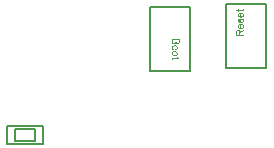
<source format=gbr>
%TF.GenerationSoftware,Altium Limited,Altium Designer,19.1.9 (167)*%
G04 Layer_Color=16711935*
%FSLAX26Y26*%
%MOIN*%
%TF.FileFunction,Other,Top_Courtyard*%
%TF.Part,Single*%
G01*
G75*
%TA.AperFunction,NonConductor*%
%ADD75C,0.007874*%
%ADD95C,0.006000*%
G36*
X745025Y1821100D02*
X744988Y1820845D01*
Y1820554D01*
X744915Y1819899D01*
X744843Y1819170D01*
X744697Y1818406D01*
X744515Y1817642D01*
X744260Y1816950D01*
Y1816914D01*
X744224Y1816877D01*
X744115Y1816659D01*
X743933Y1816331D01*
X743678Y1815967D01*
X743350Y1815531D01*
X742950Y1815057D01*
X742440Y1814620D01*
X741894Y1814220D01*
X741822Y1814184D01*
X741603Y1814074D01*
X741312Y1813892D01*
X740875Y1813710D01*
X740365Y1813528D01*
X739819Y1813347D01*
X739201Y1813237D01*
X738582Y1813201D01*
X738509D01*
X738327D01*
X738000Y1813237D01*
X737599Y1813310D01*
X737126Y1813419D01*
X736616Y1813601D01*
X736107Y1813820D01*
X735561Y1814111D01*
X735488Y1814147D01*
X735342Y1814256D01*
X735051Y1814475D01*
X734760Y1814766D01*
X734396Y1815130D01*
X733995Y1815567D01*
X733631Y1816113D01*
X733268Y1816732D01*
Y1816695D01*
X733231Y1816622D01*
X733195Y1816513D01*
X733122Y1816368D01*
X732976Y1815931D01*
X732721Y1815421D01*
X732394Y1814875D01*
X731994Y1814256D01*
X731520Y1813710D01*
X730938Y1813201D01*
X730865Y1813165D01*
X730647Y1813019D01*
X730319Y1812801D01*
X729882Y1812582D01*
X729300Y1812364D01*
X728681Y1812145D01*
X727953Y1812000D01*
X727152Y1811963D01*
X727116D01*
X727080D01*
X726861D01*
X726497Y1812000D01*
X726060Y1812072D01*
X725551Y1812145D01*
X725005Y1812291D01*
X724422Y1812473D01*
X723840Y1812728D01*
X723767Y1812764D01*
X723585Y1812873D01*
X723330Y1813019D01*
X722966Y1813237D01*
X722602Y1813528D01*
X722202Y1813820D01*
X721802Y1814184D01*
X721474Y1814584D01*
X721438Y1814620D01*
X721328Y1814766D01*
X721183Y1815021D01*
X721037Y1815349D01*
X720819Y1815749D01*
X720600Y1816222D01*
X720418Y1816732D01*
X720236Y1817351D01*
Y1817423D01*
X720163Y1817642D01*
X720127Y1818006D01*
X720054Y1818479D01*
X719981Y1819061D01*
X719909Y1819753D01*
X719872Y1820517D01*
X719836Y1821391D01*
Y1831001D01*
X745025D01*
Y1821100D01*
D02*
G37*
G36*
X729446Y1808906D02*
X729809D01*
X730210Y1808869D01*
X730720Y1808796D01*
X731229Y1808724D01*
X731812Y1808578D01*
X732394Y1808432D01*
X733013Y1808251D01*
X733668Y1808032D01*
X734287Y1807741D01*
X734869Y1807450D01*
X735452Y1807049D01*
X735997Y1806649D01*
X736471Y1806139D01*
X736507Y1806103D01*
X736543Y1806030D01*
X736653Y1805884D01*
X736798Y1805703D01*
X736944Y1805484D01*
X737126Y1805193D01*
X737308Y1804902D01*
X737490Y1804538D01*
X737672Y1804137D01*
X737854Y1803700D01*
X738182Y1802718D01*
X738436Y1801589D01*
X738473Y1801007D01*
X738509Y1800388D01*
Y1800024D01*
X738473Y1799769D01*
X738436Y1799442D01*
X738364Y1799078D01*
X738291Y1798677D01*
X738218Y1798204D01*
X737890Y1797221D01*
X737708Y1796712D01*
X737453Y1796202D01*
X737199Y1795693D01*
X736835Y1795183D01*
X736471Y1794710D01*
X736034Y1794236D01*
X735997Y1794200D01*
X735925Y1794127D01*
X735779Y1794018D01*
X735597Y1793872D01*
X735342Y1793690D01*
X735015Y1793472D01*
X734651Y1793254D01*
X734250Y1793035D01*
X733813Y1792817D01*
X733268Y1792599D01*
X732721Y1792380D01*
X732103Y1792198D01*
X731447Y1792053D01*
X730756Y1791943D01*
X730028Y1791870D01*
X729227Y1791834D01*
X729191D01*
X729082D01*
X728899D01*
X728645D01*
X728354Y1791870D01*
X727990Y1791907D01*
X727625D01*
X727225Y1791980D01*
X726315Y1792089D01*
X725405Y1792307D01*
X724495Y1792562D01*
X723658Y1792926D01*
X723621D01*
X723585Y1792963D01*
X723476Y1793035D01*
X723330Y1793108D01*
X722966Y1793363D01*
X722529Y1793690D01*
X722020Y1794127D01*
X721510Y1794673D01*
X721001Y1795292D01*
X720528Y1796020D01*
Y1796056D01*
X720491Y1796093D01*
X720418Y1796202D01*
X720346Y1796384D01*
X720273Y1796566D01*
X720200Y1796784D01*
X719981Y1797331D01*
X719799Y1797949D01*
X719617Y1798714D01*
X719472Y1799514D01*
X719436Y1800388D01*
Y1800752D01*
X719472Y1801043D01*
X719508Y1801371D01*
X719581Y1801735D01*
X719654Y1802172D01*
X719727Y1802609D01*
X720018Y1803591D01*
X720236Y1804137D01*
X720455Y1804647D01*
X720746Y1805157D01*
X721073Y1805666D01*
X721438Y1806139D01*
X721874Y1806612D01*
X721911Y1806649D01*
X721984Y1806722D01*
X722129Y1806831D01*
X722347Y1806976D01*
X722602Y1807159D01*
X722894Y1807341D01*
X723258Y1807559D01*
X723694Y1807777D01*
X724168Y1807996D01*
X724713Y1808214D01*
X725296Y1808396D01*
X725915Y1808578D01*
X726606Y1808724D01*
X727334Y1808833D01*
X728135Y1808906D01*
X728972Y1808942D01*
X729045D01*
X729191D01*
X729446Y1808906D01*
D02*
G37*
G36*
Y1789322D02*
X729809D01*
X730210Y1789286D01*
X730720Y1789213D01*
X731229Y1789140D01*
X731812Y1788995D01*
X732394Y1788849D01*
X733013Y1788667D01*
X733668Y1788449D01*
X734287Y1788158D01*
X734869Y1787867D01*
X735452Y1787466D01*
X735997Y1787066D01*
X736471Y1786556D01*
X736507Y1786520D01*
X736543Y1786447D01*
X736653Y1786301D01*
X736798Y1786119D01*
X736944Y1785901D01*
X737126Y1785610D01*
X737308Y1785319D01*
X737490Y1784955D01*
X737672Y1784554D01*
X737854Y1784117D01*
X738182Y1783134D01*
X738436Y1782006D01*
X738473Y1781424D01*
X738509Y1780805D01*
Y1780441D01*
X738473Y1780186D01*
X738436Y1779859D01*
X738364Y1779495D01*
X738291Y1779094D01*
X738218Y1778621D01*
X737890Y1777638D01*
X737708Y1777129D01*
X737453Y1776619D01*
X737199Y1776109D01*
X736835Y1775600D01*
X736471Y1775127D01*
X736034Y1774653D01*
X735997Y1774617D01*
X735925Y1774544D01*
X735779Y1774435D01*
X735597Y1774289D01*
X735342Y1774107D01*
X735015Y1773889D01*
X734651Y1773670D01*
X734250Y1773452D01*
X733813Y1773234D01*
X733268Y1773015D01*
X732721Y1772797D01*
X732103Y1772615D01*
X731447Y1772469D01*
X730756Y1772360D01*
X730028Y1772287D01*
X729227Y1772251D01*
X729191D01*
X729082D01*
X728899D01*
X728645D01*
X728354Y1772287D01*
X727990Y1772324D01*
X727625D01*
X727225Y1772397D01*
X726315Y1772506D01*
X725405Y1772724D01*
X724495Y1772979D01*
X723658Y1773343D01*
X723621D01*
X723585Y1773379D01*
X723476Y1773452D01*
X723330Y1773525D01*
X722966Y1773780D01*
X722529Y1774107D01*
X722020Y1774544D01*
X721510Y1775090D01*
X721001Y1775709D01*
X720528Y1776437D01*
Y1776473D01*
X720491Y1776510D01*
X720418Y1776619D01*
X720346Y1776801D01*
X720273Y1776983D01*
X720200Y1777201D01*
X719981Y1777747D01*
X719799Y1778366D01*
X719617Y1779130D01*
X719472Y1779931D01*
X719436Y1780805D01*
Y1781169D01*
X719472Y1781460D01*
X719508Y1781788D01*
X719581Y1782152D01*
X719654Y1782589D01*
X719727Y1783025D01*
X720018Y1784008D01*
X720236Y1784554D01*
X720455Y1785064D01*
X720746Y1785573D01*
X721073Y1786083D01*
X721438Y1786556D01*
X721874Y1787029D01*
X721911Y1787066D01*
X721984Y1787139D01*
X722129Y1787248D01*
X722347Y1787393D01*
X722602Y1787575D01*
X722894Y1787757D01*
X723258Y1787976D01*
X723694Y1788194D01*
X724168Y1788412D01*
X724713Y1788631D01*
X725296Y1788813D01*
X725915Y1788995D01*
X726606Y1789140D01*
X727334Y1789250D01*
X728135Y1789322D01*
X728972Y1789359D01*
X729045D01*
X729191D01*
X729446Y1789322D01*
D02*
G37*
G36*
X738109Y1768101D02*
X742622D01*
X744479Y1765007D01*
X738109D01*
Y1761877D01*
X735706D01*
Y1765007D01*
X724968D01*
X724895D01*
X724750D01*
X724532D01*
X724277Y1764971D01*
X723694Y1764935D01*
X723439Y1764898D01*
X723258Y1764862D01*
X723185Y1764825D01*
X723039Y1764716D01*
X722857Y1764571D01*
X722675Y1764316D01*
X722639Y1764243D01*
X722566Y1764061D01*
X722493Y1763733D01*
X722457Y1763260D01*
Y1762896D01*
X722493Y1762714D01*
Y1762459D01*
X722529Y1762168D01*
X722566Y1761877D01*
X719836Y1761476D01*
Y1761549D01*
X719799Y1761695D01*
X719763Y1761950D01*
X719727Y1762277D01*
X719654Y1762641D01*
X719617Y1763042D01*
X719581Y1763842D01*
Y1764134D01*
X719617Y1764425D01*
X719654Y1764789D01*
X719690Y1765226D01*
X719799Y1765662D01*
X719909Y1766063D01*
X720091Y1766463D01*
X720127Y1766500D01*
X720200Y1766609D01*
X720309Y1766755D01*
X720491Y1766973D01*
X720673Y1767155D01*
X720928Y1767373D01*
X721183Y1767592D01*
X721510Y1767737D01*
X721547D01*
X721692Y1767810D01*
X721947Y1767847D01*
X722311Y1767919D01*
X722784Y1767992D01*
X723076Y1768028D01*
X723403D01*
X723803Y1768065D01*
X724204Y1768101D01*
X724641D01*
X725150D01*
X735706D01*
Y1770395D01*
X738109D01*
Y1768101D01*
D02*
G37*
G36*
X958589Y1928815D02*
X958626Y1928670D01*
X958662Y1928415D01*
X958698Y1928088D01*
X958771Y1927724D01*
X958808Y1927323D01*
X958844Y1926522D01*
Y1926231D01*
X958808Y1925940D01*
X958771Y1925576D01*
X958735Y1925139D01*
X958626Y1924702D01*
X958516Y1924302D01*
X958335Y1923901D01*
X958298Y1923865D01*
X958225Y1923756D01*
X958116Y1923610D01*
X957934Y1923392D01*
X957752Y1923210D01*
X957497Y1922992D01*
X957242Y1922773D01*
X956915Y1922628D01*
X956879D01*
X956733Y1922555D01*
X956478Y1922518D01*
X956114Y1922446D01*
X955641Y1922373D01*
X955350Y1922336D01*
X955022D01*
X954622Y1922300D01*
X954221Y1922264D01*
X953784D01*
X953275D01*
X942719D01*
Y1919970D01*
X940317D01*
Y1922264D01*
X935803D01*
X933947Y1925358D01*
X940317D01*
Y1928488D01*
X942719D01*
Y1925358D01*
X953457D01*
X953530D01*
X953675D01*
X953894D01*
X954149Y1925394D01*
X954731Y1925430D01*
X954986Y1925467D01*
X955168Y1925503D01*
X955240Y1925540D01*
X955386Y1925649D01*
X955568Y1925794D01*
X955750Y1926049D01*
X955787Y1926122D01*
X955859Y1926304D01*
X955932Y1926631D01*
X955968Y1927105D01*
Y1927469D01*
X955932Y1927651D01*
Y1927906D01*
X955896Y1928197D01*
X955859Y1928488D01*
X958589Y1928888D01*
Y1928815D01*
D02*
G37*
G36*
X950254Y1917932D02*
Y1904282D01*
X950290D01*
X950399D01*
X950545Y1904318D01*
X950763D01*
X951018Y1904355D01*
X951309Y1904428D01*
X951965Y1904537D01*
X952692Y1904755D01*
X953493Y1905046D01*
X954221Y1905447D01*
X954876Y1905956D01*
Y1905993D01*
X954949Y1906029D01*
X955131Y1906247D01*
X955386Y1906575D01*
X955641Y1907012D01*
X955932Y1907594D01*
X956187Y1908249D01*
X956369Y1908977D01*
X956405Y1909378D01*
X956442Y1909815D01*
Y1910106D01*
X956405Y1910434D01*
X956332Y1910834D01*
X956223Y1911271D01*
X956078Y1911780D01*
X955859Y1912254D01*
X955568Y1912727D01*
X955532Y1912763D01*
X955386Y1912945D01*
X955168Y1913164D01*
X954876Y1913418D01*
X954476Y1913709D01*
X953966Y1914037D01*
X953384Y1914365D01*
X952692Y1914656D01*
X953093Y1917859D01*
X953129D01*
X953202Y1917823D01*
X953348Y1917786D01*
X953566Y1917714D01*
X953784Y1917604D01*
X954076Y1917495D01*
X954694Y1917204D01*
X955386Y1916840D01*
X956114Y1916330D01*
X956806Y1915748D01*
X957461Y1915020D01*
Y1914984D01*
X957534Y1914911D01*
X957606Y1914802D01*
X957716Y1914656D01*
X957825Y1914438D01*
X957934Y1914219D01*
X958080Y1913928D01*
X958225Y1913600D01*
X958371Y1913236D01*
X958516Y1912872D01*
X958735Y1911962D01*
X958917Y1910943D01*
X958990Y1909815D01*
Y1909414D01*
X958953Y1909159D01*
X958917Y1908832D01*
X958844Y1908431D01*
X958771Y1907995D01*
X958698Y1907522D01*
X958407Y1906502D01*
X958189Y1905956D01*
X957971Y1905447D01*
X957679Y1904901D01*
X957352Y1904391D01*
X956988Y1903918D01*
X956551Y1903445D01*
X956514Y1903408D01*
X956442Y1903335D01*
X956296Y1903226D01*
X956078Y1903081D01*
X955823Y1902899D01*
X955532Y1902717D01*
X955168Y1902498D01*
X954767Y1902280D01*
X954294Y1902062D01*
X953784Y1901843D01*
X953202Y1901661D01*
X952583Y1901479D01*
X951928Y1901333D01*
X951200Y1901224D01*
X950436Y1901151D01*
X949635Y1901115D01*
X949598D01*
X949417D01*
X949198D01*
X948870Y1901151D01*
X948470Y1901188D01*
X948033Y1901224D01*
X947524Y1901297D01*
X947014Y1901406D01*
X945849Y1901697D01*
X945267Y1901880D01*
X944648Y1902098D01*
X944066Y1902389D01*
X943520Y1902717D01*
X942974Y1903081D01*
X942464Y1903481D01*
X942428Y1903517D01*
X942355Y1903590D01*
X942246Y1903736D01*
X942064Y1903918D01*
X941882Y1904136D01*
X941663Y1904428D01*
X941409Y1904755D01*
X941190Y1905156D01*
X940935Y1905556D01*
X940717Y1906029D01*
X940499Y1906539D01*
X940317Y1907085D01*
X940135Y1907667D01*
X940025Y1908286D01*
X939952Y1908941D01*
X939916Y1909633D01*
Y1909997D01*
X939952Y1910252D01*
X939989Y1910543D01*
X940062Y1910907D01*
X940135Y1911307D01*
X940244Y1911780D01*
X940353Y1912217D01*
X940535Y1912727D01*
X940717Y1913200D01*
X940972Y1913709D01*
X941263Y1914219D01*
X941591Y1914729D01*
X941991Y1915202D01*
X942428Y1915639D01*
X942464Y1915675D01*
X942537Y1915748D01*
X942683Y1915857D01*
X942901Y1916003D01*
X943156Y1916185D01*
X943447Y1916367D01*
X943811Y1916585D01*
X944248Y1916803D01*
X944721Y1917022D01*
X945231Y1917240D01*
X945813Y1917422D01*
X946432Y1917604D01*
X947123Y1917750D01*
X947851Y1917859D01*
X948616Y1917932D01*
X949453Y1917968D01*
X949489D01*
X949635D01*
X949890D01*
X950254Y1917932D01*
D02*
G37*
G36*
X953784Y1898458D02*
X954185Y1898385D01*
X954622Y1898276D01*
X955095Y1898094D01*
X955641Y1897876D01*
X956150Y1897584D01*
X956223Y1897548D01*
X956369Y1897402D01*
X956624Y1897220D01*
X956915Y1896929D01*
X957242Y1896529D01*
X957606Y1896092D01*
X957934Y1895582D01*
X958262Y1894964D01*
Y1894927D01*
X958298Y1894891D01*
X958371Y1894672D01*
X958480Y1894308D01*
X958626Y1893835D01*
X958771Y1893253D01*
X958880Y1892598D01*
X958953Y1891906D01*
X958990Y1891105D01*
Y1890777D01*
X958953Y1890523D01*
Y1890232D01*
X958917Y1889868D01*
X958880Y1889504D01*
X958808Y1889103D01*
X958626Y1888229D01*
X958371Y1887320D01*
X958007Y1886446D01*
X957788Y1886045D01*
X957534Y1885681D01*
X957497Y1885645D01*
X957461Y1885609D01*
X957242Y1885390D01*
X956915Y1885063D01*
X956405Y1884699D01*
X955787Y1884298D01*
X955058Y1883898D01*
X954149Y1883570D01*
X953129Y1883315D01*
X952656Y1886373D01*
X952692D01*
X952729D01*
X952947Y1886446D01*
X953311Y1886519D01*
X953712Y1886664D01*
X954149Y1886846D01*
X954622Y1887065D01*
X955095Y1887392D01*
X955495Y1887793D01*
X955532Y1887866D01*
X955641Y1888011D01*
X955787Y1888302D01*
X955968Y1888666D01*
X956150Y1889139D01*
X956296Y1889686D01*
X956405Y1890341D01*
X956442Y1891105D01*
Y1891469D01*
X956405Y1891833D01*
X956332Y1892306D01*
X956223Y1892816D01*
X956078Y1893362D01*
X955896Y1893835D01*
X955605Y1894272D01*
X955568Y1894308D01*
X955459Y1894454D01*
X955277Y1894600D01*
X955022Y1894818D01*
X954731Y1895000D01*
X954367Y1895182D01*
X954003Y1895291D01*
X953566Y1895328D01*
X953530D01*
X953384D01*
X953202Y1895291D01*
X952947Y1895218D01*
X952692Y1895109D01*
X952438Y1894927D01*
X952146Y1894709D01*
X951928Y1894381D01*
X951892Y1894345D01*
X951855Y1894236D01*
X951746Y1894053D01*
X951637Y1893762D01*
X951491Y1893325D01*
X951382Y1893071D01*
X951309Y1892780D01*
X951200Y1892452D01*
X951091Y1892088D01*
X950982Y1891688D01*
X950872Y1891214D01*
Y1891178D01*
X950836Y1891069D01*
X950800Y1890887D01*
X950727Y1890668D01*
X950654Y1890377D01*
X950545Y1890050D01*
X950363Y1889358D01*
X950108Y1888557D01*
X949890Y1887793D01*
X949635Y1887065D01*
X949489Y1886737D01*
X949380Y1886482D01*
X949344Y1886409D01*
X949271Y1886264D01*
X949125Y1886045D01*
X948943Y1885754D01*
X948688Y1885427D01*
X948397Y1885099D01*
X948070Y1884772D01*
X947669Y1884480D01*
X947633Y1884444D01*
X947487Y1884371D01*
X947232Y1884262D01*
X946941Y1884153D01*
X946577Y1884043D01*
X946140Y1883934D01*
X945704Y1883861D01*
X945194Y1883825D01*
X945121D01*
X944976D01*
X944757Y1883861D01*
X944430Y1883898D01*
X944102Y1883971D01*
X943702Y1884043D01*
X943338Y1884189D01*
X942937Y1884371D01*
X942901Y1884408D01*
X942755Y1884480D01*
X942573Y1884590D01*
X942318Y1884772D01*
X942064Y1884990D01*
X941736Y1885245D01*
X941445Y1885536D01*
X941190Y1885900D01*
X941154Y1885936D01*
X941117Y1886045D01*
X941008Y1886191D01*
X940899Y1886409D01*
X940753Y1886701D01*
X940608Y1887028D01*
X940462Y1887429D01*
X940317Y1887866D01*
X940280Y1887938D01*
X940244Y1888084D01*
X940171Y1888339D01*
X940098Y1888666D01*
X940025Y1889067D01*
X939989Y1889504D01*
X939916Y1890013D01*
Y1890887D01*
X939952Y1891287D01*
X939989Y1891833D01*
X940062Y1892416D01*
X940207Y1893034D01*
X940353Y1893689D01*
X940571Y1894308D01*
Y1894345D01*
X940608Y1894381D01*
X940681Y1894563D01*
X940826Y1894854D01*
X941008Y1895218D01*
X941263Y1895619D01*
X941554Y1896019D01*
X941882Y1896383D01*
X942246Y1896711D01*
X942282Y1896747D01*
X942428Y1896820D01*
X942683Y1896966D01*
X942974Y1897148D01*
X943410Y1897330D01*
X943884Y1897512D01*
X944430Y1897657D01*
X945048Y1897803D01*
X945449Y1894782D01*
X945376D01*
X945231Y1894745D01*
X944976Y1894672D01*
X944648Y1894563D01*
X944321Y1894381D01*
X943957Y1894163D01*
X943592Y1893908D01*
X943265Y1893544D01*
X943229Y1893507D01*
X943156Y1893362D01*
X943010Y1893143D01*
X942865Y1892816D01*
X942719Y1892452D01*
X942573Y1891979D01*
X942500Y1891396D01*
X942464Y1890777D01*
Y1890414D01*
X942500Y1890050D01*
X942537Y1889576D01*
X942646Y1889103D01*
X942755Y1888593D01*
X942937Y1888120D01*
X943192Y1887720D01*
X943229Y1887684D01*
X943301Y1887574D01*
X943447Y1887429D01*
X943665Y1887283D01*
X943884Y1887101D01*
X944175Y1886956D01*
X944503Y1886846D01*
X944830Y1886810D01*
X944866D01*
X944939D01*
X945048Y1886846D01*
X945194D01*
X945558Y1886956D01*
X945922Y1887174D01*
X945958Y1887210D01*
X945995Y1887247D01*
X946104Y1887320D01*
X946213Y1887465D01*
X946322Y1887611D01*
X946468Y1887829D01*
X946577Y1888084D01*
X946723Y1888375D01*
Y1888411D01*
X946759Y1888484D01*
X946796Y1888630D01*
X946905Y1888885D01*
X947014Y1889249D01*
X947123Y1889722D01*
X947232Y1890013D01*
X947305Y1890341D01*
X947414Y1890705D01*
X947524Y1891105D01*
Y1891141D01*
X947560Y1891251D01*
X947596Y1891433D01*
X947669Y1891651D01*
X947742Y1891906D01*
X947815Y1892234D01*
X948033Y1892925D01*
X948252Y1893689D01*
X948506Y1894454D01*
X948761Y1895146D01*
X948870Y1895437D01*
X948980Y1895691D01*
X949016Y1895764D01*
X949089Y1895910D01*
X949198Y1896128D01*
X949380Y1896456D01*
X949598Y1896784D01*
X949890Y1897111D01*
X950217Y1897439D01*
X950581Y1897730D01*
X950618Y1897766D01*
X950763Y1897839D01*
X950982Y1897985D01*
X951309Y1898130D01*
X951710Y1898239D01*
X952146Y1898385D01*
X952656Y1898458D01*
X953239Y1898494D01*
X953311D01*
X953493D01*
X953784Y1898458D01*
D02*
G37*
G36*
X950254Y1880731D02*
Y1867081D01*
X950290D01*
X950399D01*
X950545Y1867118D01*
X950763D01*
X951018Y1867154D01*
X951309Y1867227D01*
X951965Y1867336D01*
X952692Y1867554D01*
X953493Y1867845D01*
X954221Y1868246D01*
X954876Y1868755D01*
Y1868792D01*
X954949Y1868828D01*
X955131Y1869047D01*
X955386Y1869374D01*
X955641Y1869811D01*
X955932Y1870393D01*
X956187Y1871049D01*
X956369Y1871777D01*
X956405Y1872177D01*
X956442Y1872614D01*
Y1872905D01*
X956405Y1873233D01*
X956332Y1873633D01*
X956223Y1874070D01*
X956078Y1874580D01*
X955859Y1875053D01*
X955568Y1875526D01*
X955532Y1875562D01*
X955386Y1875744D01*
X955168Y1875963D01*
X954876Y1876217D01*
X954476Y1876509D01*
X953966Y1876836D01*
X953384Y1877164D01*
X952692Y1877455D01*
X953093Y1880658D01*
X953129D01*
X953202Y1880622D01*
X953348Y1880585D01*
X953566Y1880513D01*
X953784Y1880403D01*
X954076Y1880294D01*
X954694Y1880003D01*
X955386Y1879639D01*
X956114Y1879130D01*
X956806Y1878547D01*
X957461Y1877819D01*
Y1877783D01*
X957534Y1877710D01*
X957606Y1877601D01*
X957716Y1877455D01*
X957825Y1877237D01*
X957934Y1877018D01*
X958080Y1876727D01*
X958225Y1876399D01*
X958371Y1876035D01*
X958516Y1875671D01*
X958735Y1874762D01*
X958917Y1873742D01*
X958990Y1872614D01*
Y1872214D01*
X958953Y1871959D01*
X958917Y1871631D01*
X958844Y1871231D01*
X958771Y1870794D01*
X958698Y1870321D01*
X958407Y1869302D01*
X958189Y1868755D01*
X957971Y1868246D01*
X957679Y1867700D01*
X957352Y1867190D01*
X956988Y1866717D01*
X956551Y1866244D01*
X956514Y1866207D01*
X956442Y1866135D01*
X956296Y1866025D01*
X956078Y1865880D01*
X955823Y1865698D01*
X955532Y1865516D01*
X955168Y1865297D01*
X954767Y1865079D01*
X954294Y1864861D01*
X953784Y1864642D01*
X953202Y1864460D01*
X952583Y1864278D01*
X951928Y1864133D01*
X951200Y1864024D01*
X950436Y1863951D01*
X949635Y1863914D01*
X949598D01*
X949417D01*
X949198D01*
X948870Y1863951D01*
X948470Y1863987D01*
X948033Y1864024D01*
X947524Y1864096D01*
X947014Y1864206D01*
X945849Y1864497D01*
X945267Y1864679D01*
X944648Y1864897D01*
X944066Y1865188D01*
X943520Y1865516D01*
X942974Y1865880D01*
X942464Y1866280D01*
X942428Y1866317D01*
X942355Y1866389D01*
X942246Y1866535D01*
X942064Y1866717D01*
X941882Y1866936D01*
X941663Y1867227D01*
X941409Y1867554D01*
X941190Y1867955D01*
X940935Y1868355D01*
X940717Y1868828D01*
X940499Y1869338D01*
X940317Y1869884D01*
X940135Y1870466D01*
X940025Y1871085D01*
X939952Y1871740D01*
X939916Y1872432D01*
Y1872796D01*
X939952Y1873051D01*
X939989Y1873342D01*
X940062Y1873706D01*
X940135Y1874106D01*
X940244Y1874580D01*
X940353Y1875016D01*
X940535Y1875526D01*
X940717Y1875999D01*
X940972Y1876509D01*
X941263Y1877018D01*
X941591Y1877528D01*
X941991Y1878001D01*
X942428Y1878438D01*
X942464Y1878474D01*
X942537Y1878547D01*
X942683Y1878656D01*
X942901Y1878802D01*
X943156Y1878984D01*
X943447Y1879166D01*
X943811Y1879384D01*
X944248Y1879603D01*
X944721Y1879821D01*
X945231Y1880040D01*
X945813Y1880222D01*
X946432Y1880403D01*
X947123Y1880549D01*
X947851Y1880658D01*
X948616Y1880731D01*
X949453Y1880767D01*
X949489D01*
X949635D01*
X949890D01*
X950254Y1880731D01*
D02*
G37*
G36*
X958589Y1857981D02*
X953348Y1854669D01*
X953311D01*
X953239Y1854596D01*
X953129Y1854523D01*
X952984Y1854414D01*
X952583Y1854159D01*
X952074Y1853832D01*
X951528Y1853431D01*
X950945Y1853031D01*
X950399Y1852630D01*
X949890Y1852266D01*
X949853Y1852230D01*
X949708Y1852121D01*
X949489Y1851939D01*
X949235Y1851684D01*
X948688Y1851138D01*
X948434Y1850847D01*
X948215Y1850555D01*
X948179Y1850519D01*
X948143Y1850446D01*
X948070Y1850301D01*
X947961Y1850082D01*
X947851Y1849864D01*
X947742Y1849609D01*
X947560Y1849027D01*
Y1848990D01*
X947524Y1848918D01*
Y1848772D01*
X947487Y1848590D01*
X947451Y1848335D01*
Y1848044D01*
X947414Y1847643D01*
Y1843348D01*
X958589D01*
Y1839999D01*
X933400D01*
Y1851684D01*
X933437Y1851975D01*
Y1852303D01*
X933473Y1853067D01*
X933582Y1853868D01*
X933692Y1854742D01*
X933874Y1855542D01*
X933983Y1855943D01*
X934092Y1856270D01*
Y1856307D01*
X934129Y1856343D01*
X934238Y1856562D01*
X934383Y1856889D01*
X934638Y1857290D01*
X934966Y1857726D01*
X935403Y1858199D01*
X935912Y1858636D01*
X936495Y1859073D01*
X936531D01*
X936567Y1859110D01*
X936786Y1859255D01*
X937150Y1859401D01*
X937623Y1859619D01*
X938169Y1859801D01*
X938824Y1859983D01*
X939516Y1860092D01*
X940280Y1860129D01*
X940317D01*
X940389D01*
X940535D01*
X940717Y1860092D01*
X940972D01*
X941226Y1860056D01*
X941845Y1859910D01*
X942573Y1859692D01*
X943338Y1859401D01*
X944102Y1858964D01*
X944466Y1858673D01*
X944830Y1858381D01*
X944866Y1858345D01*
X944903Y1858309D01*
X945012Y1858199D01*
X945121Y1858054D01*
X945267Y1857872D01*
X945413Y1857653D01*
X945595Y1857362D01*
X945813Y1857071D01*
X945995Y1856707D01*
X946177Y1856307D01*
X946395Y1855870D01*
X946577Y1855397D01*
X946723Y1854851D01*
X946905Y1854305D01*
X947014Y1853686D01*
X947123Y1853031D01*
X947160Y1853103D01*
X947232Y1853249D01*
X947378Y1853467D01*
X947524Y1853759D01*
X947924Y1854414D01*
X948179Y1854742D01*
X948397Y1855033D01*
X948470Y1855105D01*
X948652Y1855287D01*
X948943Y1855579D01*
X949307Y1855943D01*
X949817Y1856343D01*
X950363Y1856816D01*
X951018Y1857290D01*
X951746Y1857799D01*
X958589Y1862131D01*
Y1857981D01*
D02*
G37*
%LPC*%
G36*
X742040Y1827652D02*
X734469D01*
Y1821464D01*
X734505Y1820991D01*
X734542Y1820481D01*
X734578Y1819971D01*
X734651Y1819462D01*
X734723Y1819061D01*
X734760Y1818988D01*
X734796Y1818843D01*
X734905Y1818624D01*
X735051Y1818333D01*
X735197Y1818042D01*
X735415Y1817715D01*
X735706Y1817387D01*
X735997Y1817132D01*
X736034Y1817096D01*
X736143Y1817023D01*
X736361Y1816914D01*
X736616Y1816804D01*
X736908Y1816695D01*
X737271Y1816586D01*
X737708Y1816513D01*
X738182Y1816477D01*
X738254D01*
X738400D01*
X738618Y1816513D01*
X738909Y1816550D01*
X739274Y1816622D01*
X739638Y1816732D01*
X740001Y1816877D01*
X740365Y1817096D01*
X740402Y1817132D01*
X740511Y1817205D01*
X740693Y1817351D01*
X740875Y1817533D01*
X741093Y1817787D01*
X741312Y1818079D01*
X741530Y1818443D01*
X741676Y1818843D01*
Y1818879D01*
X741749Y1819061D01*
X741785Y1819316D01*
X741858Y1819716D01*
X741931Y1820263D01*
X741967Y1820881D01*
X742040Y1821682D01*
Y1827652D01*
D02*
G37*
G36*
X731484D02*
X722821D01*
Y1820481D01*
X722857Y1819716D01*
X722894Y1819389D01*
X722930Y1819098D01*
Y1819061D01*
X722966Y1818916D01*
X723003Y1818697D01*
X723076Y1818443D01*
X723294Y1817824D01*
X723585Y1817205D01*
X723621Y1817168D01*
X723694Y1817059D01*
X723803Y1816914D01*
X723949Y1816732D01*
X724168Y1816550D01*
X724386Y1816295D01*
X724677Y1816113D01*
X725005Y1815895D01*
X725041Y1815858D01*
X725150Y1815822D01*
X725369Y1815749D01*
X725624Y1815640D01*
X725915Y1815531D01*
X726279Y1815458D01*
X726716Y1815421D01*
X727152Y1815385D01*
X727225D01*
X727371D01*
X727662Y1815421D01*
X727990Y1815494D01*
X728354Y1815567D01*
X728754Y1815713D01*
X729154Y1815895D01*
X729555Y1816149D01*
X729591Y1816186D01*
X729737Y1816295D01*
X729919Y1816440D01*
X730137Y1816659D01*
X730392Y1816950D01*
X730647Y1817314D01*
X730865Y1817715D01*
X731047Y1818188D01*
X731083Y1818261D01*
X731120Y1818406D01*
X731193Y1818734D01*
X731265Y1819134D01*
X731338Y1819644D01*
X731411Y1820263D01*
X731484Y1821027D01*
Y1827652D01*
D02*
G37*
G36*
X728972Y1805775D02*
X728936D01*
X728827D01*
X728645D01*
X728390Y1805739D01*
X728099D01*
X727771Y1805703D01*
X727007Y1805593D01*
X726133Y1805411D01*
X725260Y1805120D01*
X724422Y1804756D01*
X724058Y1804501D01*
X723694Y1804246D01*
Y1804210D01*
X723621Y1804174D01*
X723439Y1803955D01*
X723148Y1803628D01*
X722857Y1803191D01*
X722529Y1802645D01*
X722238Y1801990D01*
X722056Y1801225D01*
X722020Y1800825D01*
X721984Y1800388D01*
Y1800170D01*
X722020Y1799988D01*
X722093Y1799587D01*
X722202Y1799041D01*
X722420Y1798459D01*
X722712Y1797804D01*
X723148Y1797185D01*
X723439Y1796857D01*
X723731Y1796566D01*
X723767Y1796530D01*
X723803Y1796493D01*
X723913Y1796420D01*
X724058Y1796311D01*
X724240Y1796202D01*
X724459Y1796056D01*
X724750Y1795911D01*
X725041Y1795765D01*
X725405Y1795620D01*
X725806Y1795511D01*
X726242Y1795365D01*
X726716Y1795256D01*
X727261Y1795147D01*
X727808Y1795074D01*
X728426Y1795001D01*
X729082D01*
X729118D01*
X729227D01*
X729409D01*
X729628Y1795037D01*
X729919D01*
X730246Y1795074D01*
X731011Y1795183D01*
X731812Y1795365D01*
X732685Y1795656D01*
X733486Y1796056D01*
X733886Y1796275D01*
X734214Y1796566D01*
X734250D01*
X734287Y1796639D01*
X734505Y1796857D01*
X734760Y1797185D01*
X735087Y1797622D01*
X735415Y1798168D01*
X735706Y1798823D01*
X735888Y1799551D01*
X735925Y1799951D01*
X735961Y1800388D01*
Y1800607D01*
X735925Y1800789D01*
X735888Y1801189D01*
X735743Y1801735D01*
X735524Y1802354D01*
X735233Y1803009D01*
X734796Y1803628D01*
X734505Y1803955D01*
X734214Y1804246D01*
X734178D01*
X734141Y1804319D01*
X734032Y1804392D01*
X733886Y1804501D01*
X733704Y1804611D01*
X733486Y1804720D01*
X733195Y1804865D01*
X732904Y1805011D01*
X732539Y1805157D01*
X732176Y1805302D01*
X731739Y1805411D01*
X731265Y1805521D01*
X730756Y1805630D01*
X730210Y1805703D01*
X729591Y1805739D01*
X728972Y1805775D01*
D02*
G37*
G36*
Y1786192D02*
X728936D01*
X728827D01*
X728645D01*
X728390Y1786156D01*
X728099D01*
X727771Y1786119D01*
X727007Y1786010D01*
X726133Y1785828D01*
X725260Y1785537D01*
X724422Y1785173D01*
X724058Y1784918D01*
X723694Y1784663D01*
Y1784627D01*
X723621Y1784591D01*
X723439Y1784372D01*
X723148Y1784044D01*
X722857Y1783608D01*
X722529Y1783062D01*
X722238Y1782407D01*
X722056Y1781642D01*
X722020Y1781242D01*
X721984Y1780805D01*
Y1780586D01*
X722020Y1780405D01*
X722093Y1780004D01*
X722202Y1779458D01*
X722420Y1778876D01*
X722712Y1778220D01*
X723148Y1777602D01*
X723439Y1777274D01*
X723731Y1776983D01*
X723767Y1776947D01*
X723803Y1776910D01*
X723913Y1776837D01*
X724058Y1776728D01*
X724240Y1776619D01*
X724459Y1776473D01*
X724750Y1776328D01*
X725041Y1776182D01*
X725405Y1776036D01*
X725806Y1775927D01*
X726242Y1775782D01*
X726716Y1775672D01*
X727261Y1775563D01*
X727808Y1775491D01*
X728426Y1775418D01*
X729082D01*
X729118D01*
X729227D01*
X729409D01*
X729628Y1775454D01*
X729919D01*
X730246Y1775491D01*
X731011Y1775600D01*
X731812Y1775782D01*
X732685Y1776073D01*
X733486Y1776473D01*
X733886Y1776692D01*
X734214Y1776983D01*
X734250D01*
X734287Y1777056D01*
X734505Y1777274D01*
X734760Y1777602D01*
X735087Y1778039D01*
X735415Y1778584D01*
X735706Y1779240D01*
X735888Y1779968D01*
X735925Y1780368D01*
X735961Y1780805D01*
Y1781023D01*
X735925Y1781205D01*
X735888Y1781606D01*
X735743Y1782152D01*
X735524Y1782771D01*
X735233Y1783426D01*
X734796Y1784044D01*
X734505Y1784372D01*
X734214Y1784663D01*
X734178D01*
X734141Y1784736D01*
X734032Y1784809D01*
X733886Y1784918D01*
X733704Y1785027D01*
X733486Y1785137D01*
X733195Y1785282D01*
X732904Y1785428D01*
X732539Y1785573D01*
X732176Y1785719D01*
X731739Y1785828D01*
X731265Y1785937D01*
X730756Y1786046D01*
X730210Y1786119D01*
X729591Y1786156D01*
X728972Y1786192D01*
D02*
G37*
G36*
X947706Y1914692D02*
X947669D01*
X947596D01*
X947487Y1914656D01*
X947342D01*
X946905Y1914583D01*
X946432Y1914474D01*
X945849Y1914292D01*
X945303Y1914110D01*
X944757Y1913819D01*
X944284Y1913491D01*
X944248D01*
X944211Y1913418D01*
X943993Y1913236D01*
X943702Y1912909D01*
X943374Y1912472D01*
X943047Y1911926D01*
X942755Y1911271D01*
X942537Y1910506D01*
X942500Y1910106D01*
X942464Y1909669D01*
Y1909451D01*
X942500Y1909305D01*
X942537Y1908905D01*
X942646Y1908431D01*
X942828Y1907849D01*
X943083Y1907230D01*
X943447Y1906648D01*
X943920Y1906065D01*
X943993Y1905993D01*
X944175Y1905847D01*
X944503Y1905592D01*
X944939Y1905338D01*
X945449Y1905046D01*
X946104Y1904792D01*
X946869Y1904573D01*
X947706Y1904464D01*
Y1914692D01*
D02*
G37*
G36*
Y1877492D02*
X947669D01*
X947596D01*
X947487Y1877455D01*
X947342D01*
X946905Y1877382D01*
X946432Y1877273D01*
X945849Y1877091D01*
X945303Y1876909D01*
X944757Y1876618D01*
X944284Y1876290D01*
X944248D01*
X944211Y1876217D01*
X943993Y1876035D01*
X943702Y1875708D01*
X943374Y1875271D01*
X943047Y1874725D01*
X942755Y1874070D01*
X942537Y1873305D01*
X942500Y1872905D01*
X942464Y1872468D01*
Y1872250D01*
X942500Y1872104D01*
X942537Y1871704D01*
X942646Y1871231D01*
X942828Y1870648D01*
X943083Y1870030D01*
X943447Y1869447D01*
X943920Y1868865D01*
X943993Y1868792D01*
X944175Y1868646D01*
X944503Y1868391D01*
X944939Y1868137D01*
X945449Y1867845D01*
X946104Y1867591D01*
X946869Y1867372D01*
X947706Y1867263D01*
Y1877492D01*
D02*
G37*
G36*
X940317Y1856707D02*
X940280D01*
X940244D01*
X940025Y1856671D01*
X939698Y1856634D01*
X939261Y1856562D01*
X938824Y1856380D01*
X938314Y1856161D01*
X937841Y1855833D01*
X937368Y1855397D01*
X937332Y1855324D01*
X937186Y1855142D01*
X937004Y1854851D01*
X936786Y1854378D01*
X936567Y1853832D01*
X936385Y1853103D01*
X936240Y1852266D01*
X936203Y1851284D01*
Y1843348D01*
X944539D01*
Y1850847D01*
X944503Y1851284D01*
X944466Y1851793D01*
X944430Y1852376D01*
X944357Y1852958D01*
X944248Y1853540D01*
X944102Y1854050D01*
X944066Y1854123D01*
X943993Y1854268D01*
X943884Y1854487D01*
X943738Y1854778D01*
X943520Y1855105D01*
X943265Y1855433D01*
X942937Y1855761D01*
X942573Y1856015D01*
X942537Y1856052D01*
X942391Y1856125D01*
X942173Y1856234D01*
X941882Y1856380D01*
X941554Y1856489D01*
X941190Y1856598D01*
X940753Y1856671D01*
X940317Y1856707D01*
D02*
G37*
%LPD*%
D75*
X779354Y1724701D02*
Y1937299D01*
X645496Y1724701D02*
X779354D01*
X645496D02*
Y1937299D01*
X779354D01*
X899071Y1733701D02*
Y1946299D01*
X1032929D01*
Y1733701D02*
Y1946299D01*
X899071Y1733701D02*
X1032929D01*
D95*
X195000Y1491500D02*
X264000D01*
Y1528500D01*
X195000D02*
X264000D01*
X195000Y1491500D02*
Y1528500D01*
X171000Y1538500D02*
X288000D01*
Y1481500D02*
Y1538500D01*
X171000Y1481500D02*
X288000D01*
X171000D02*
Y1538500D01*
%TF.MD5,33c1c6aee771257ec8b970e56a53b8e5*%
M02*

</source>
